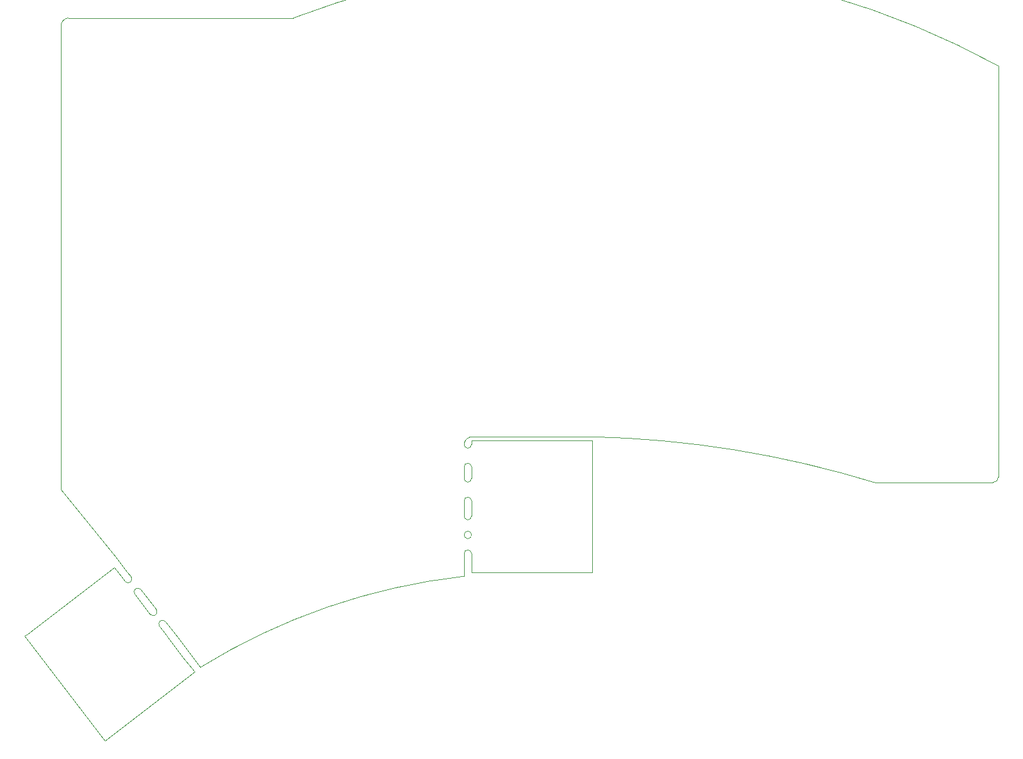
<source format=gbr>
%TF.GenerationSoftware,KiCad,Pcbnew,(5.99.0-11550-g369d813a32)*%
%TF.CreationDate,2022-01-17T19:26:58+05:30*%
%TF.ProjectId,Pteron36v0,50746572-6f6e-4333-9676-302e6b696361,rev?*%
%TF.SameCoordinates,Original*%
%TF.FileFunction,Profile,NP*%
%FSLAX46Y46*%
G04 Gerber Fmt 4.6, Leading zero omitted, Abs format (unit mm)*
G04 Created by KiCad (PCBNEW (5.99.0-11550-g369d813a32)) date 2022-01-17 19:26:58*
%MOMM*%
%LPD*%
G01*
G04 APERTURE LIST*
%TA.AperFunction,Profile*%
%ADD10C,0.050000*%
%TD*%
G04 APERTURE END LIST*
D10*
X238174768Y-66240143D02*
X238174768Y-121612145D01*
X121747770Y-59763143D02*
X134347770Y-59763143D01*
X112747768Y-59763143D02*
X121747770Y-59763143D01*
X166120391Y-117224300D02*
G75*
G02*
X167259000Y-116205000I1106943J-90919D01*
G01*
X238174768Y-121612143D02*
G75*
G02*
X237412768Y-122374143I-762000J0D01*
G01*
X119883695Y-134988492D02*
X120419392Y-135693839D01*
X167136392Y-121796300D02*
G75*
G02*
X166120390Y-121796300I-508001J0D01*
G01*
X167136391Y-116716300D02*
X167136390Y-117224300D01*
X129039513Y-145251625D02*
X130585767Y-147266743D01*
X167136389Y-117224298D02*
G75*
G02*
X166120391Y-117224300I-507999J-1D01*
G01*
X127493259Y-143236508D02*
X129039513Y-145251625D01*
X166120389Y-120272299D02*
G75*
G02*
X167136391Y-120272299I508001J0D01*
G01*
X183392391Y-134496300D02*
X167136391Y-134496300D01*
X122545248Y-136788133D02*
X124627198Y-139508595D01*
X143129000Y-59763143D02*
G75*
G02*
X238174768Y-66240143I40505033J-106220909D01*
G01*
X126256256Y-141624414D02*
X127493259Y-143236508D01*
X166120391Y-120272300D02*
X166120390Y-121796300D01*
X117689016Y-157162768D02*
X129779720Y-147885244D01*
X125864202Y-141120689D02*
X126256256Y-141624414D01*
X125058154Y-141739191D02*
G75*
G02*
X125864202Y-141120689I403024J309251D01*
G01*
X166120391Y-129416298D02*
G75*
G02*
X167136391Y-129416300I508000J-1D01*
G01*
X119143488Y-132354873D02*
X111764391Y-123320299D01*
X183392390Y-116716299D02*
X183392391Y-134496300D01*
X121739200Y-137406633D02*
X123821152Y-140127097D01*
X166120391Y-131956300D02*
G75*
G02*
X167136391Y-131956300I508000J0D01*
G01*
X166120391Y-129416298D02*
G75*
G03*
X167136391Y-129416300I508000J-1D01*
G01*
X128233466Y-145870127D02*
X126687212Y-143855009D01*
X126687212Y-143855009D02*
X125450210Y-142242916D01*
X123821152Y-140127097D02*
G75*
G03*
X124627198Y-139508595I403023J309251D01*
G01*
X130585767Y-147266743D02*
G75*
G02*
X166120390Y-135004300I45054026J-72941369D01*
G01*
X183392391Y-116208300D02*
X167259000Y-116205000D01*
X121225439Y-135075337D02*
X120689742Y-134369991D01*
X167136391Y-126876300D02*
G75*
G02*
X166120391Y-126876300I-508000J0D01*
G01*
X167136391Y-120272299D02*
X167136391Y-121796300D01*
X120689742Y-134369991D02*
X119143488Y-132354873D01*
X118955942Y-133779422D02*
X107268261Y-142747696D01*
X167136391Y-124844300D02*
X167136391Y-126876300D01*
X183392390Y-116716299D02*
X167136391Y-116716300D01*
X166120391Y-131956300D02*
X166120390Y-135004300D01*
X221492391Y-122374143D02*
X237412768Y-122374143D01*
X122545248Y-136788133D02*
G75*
G03*
X121739200Y-137406633I-403024J-309250D01*
G01*
X125058155Y-141739191D02*
X125450210Y-142242916D01*
X107268261Y-142747696D02*
X106865237Y-143056946D01*
X166120390Y-124844300D02*
X166120391Y-126876300D01*
X183392391Y-116208300D02*
G75*
G02*
X221492391Y-122374143I-3233533J-140777408D01*
G01*
X111764391Y-60836301D02*
G75*
G02*
X112747768Y-59763143I1140393J-57855D01*
G01*
X111764391Y-123320299D02*
X111764391Y-60836299D01*
X106865237Y-143056946D02*
X117689016Y-157162768D01*
X120419393Y-135693839D02*
G75*
G03*
X121225439Y-135075337I403023J309251D01*
G01*
X129779720Y-147885244D02*
X128233466Y-145870127D01*
X167136391Y-134496300D02*
X167136391Y-131956300D01*
X119883695Y-134988492D02*
X118955942Y-133779422D01*
X134347770Y-59763143D02*
X143129000Y-59763143D01*
X166120391Y-124844300D02*
G75*
G02*
X167136391Y-124844300I508000J0D01*
G01*
M02*

</source>
